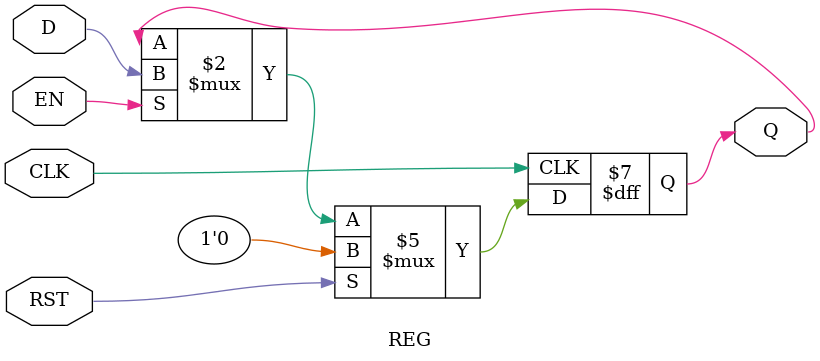
<source format=v>
module REG #(parameter W=1) (
	input			CLK,
	input			RST,
	input			EN,
	input		[W-1:0]	D,
	output	reg	[W-1:0]	Q
);

always @(posedge CLK)
begin
	if(RST)	Q <= 0;
	else if(EN) Q <= D;
end

endmodule

</source>
